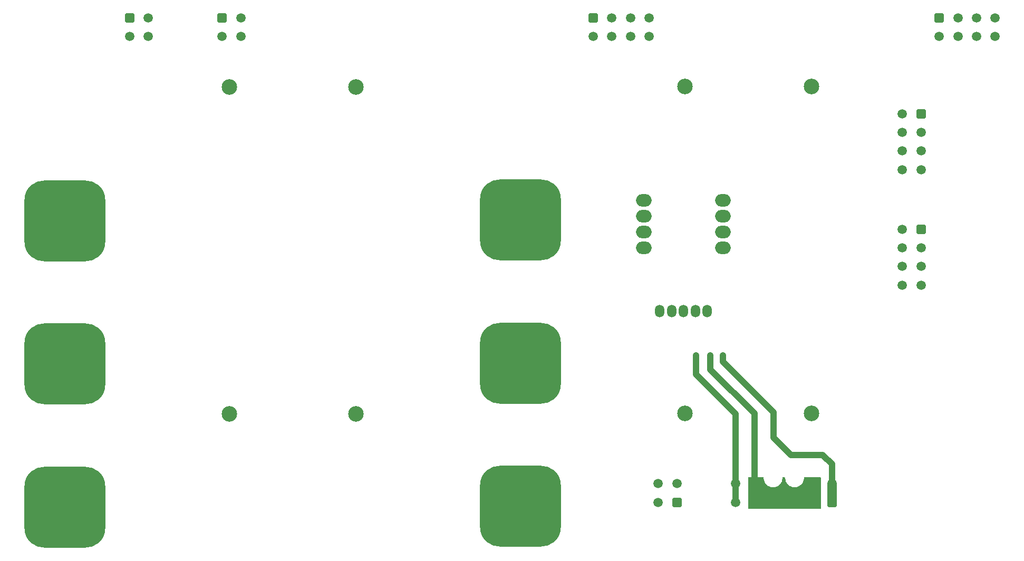
<source format=gbr>
%TF.GenerationSoftware,KiCad,Pcbnew,(6.0.1)*%
%TF.CreationDate,2022-06-01T15:29:14+03:00*%
%TF.ProjectId,Power,506f7765-722e-46b6-9963-61645f706362,rev?*%
%TF.SameCoordinates,Original*%
%TF.FileFunction,Copper,L2,Inr*%
%TF.FilePolarity,Positive*%
%FSLAX46Y46*%
G04 Gerber Fmt 4.6, Leading zero omitted, Abs format (unit mm)*
G04 Created by KiCad (PCBNEW (6.0.1)) date 2022-06-01 15:29:14*
%MOMM*%
%LPD*%
G01*
G04 APERTURE LIST*
G04 Aperture macros list*
%AMRoundRect*
0 Rectangle with rounded corners*
0 $1 Rounding radius*
0 $2 $3 $4 $5 $6 $7 $8 $9 X,Y pos of 4 corners*
0 Add a 4 corners polygon primitive as box body*
4,1,4,$2,$3,$4,$5,$6,$7,$8,$9,$2,$3,0*
0 Add four circle primitives for the rounded corners*
1,1,$1+$1,$2,$3*
1,1,$1+$1,$4,$5*
1,1,$1+$1,$6,$7*
1,1,$1+$1,$8,$9*
0 Add four rect primitives between the rounded corners*
20,1,$1+$1,$2,$3,$4,$5,0*
20,1,$1+$1,$4,$5,$6,$7,0*
20,1,$1+$1,$6,$7,$8,$9,0*
20,1,$1+$1,$8,$9,$2,$3,0*%
G04 Aperture macros list end*
%TA.AperFunction,ComponentPad*%
%ADD10RoundRect,0.250001X-0.499999X0.499999X-0.499999X-0.499999X0.499999X-0.499999X0.499999X0.499999X0*%
%TD*%
%TA.AperFunction,ComponentPad*%
%ADD11C,1.500000*%
%TD*%
%TA.AperFunction,ComponentPad*%
%ADD12RoundRect,0.250001X0.499999X0.499999X-0.499999X0.499999X-0.499999X-0.499999X0.499999X-0.499999X0*%
%TD*%
%TA.AperFunction,ComponentPad*%
%ADD13RoundRect,3.250000X-3.250000X-3.250000X3.250000X-3.250000X3.250000X3.250000X-3.250000X3.250000X0*%
%TD*%
%TA.AperFunction,ComponentPad*%
%ADD14C,2.500000*%
%TD*%
%TA.AperFunction,ComponentPad*%
%ADD15RoundRect,0.250001X-0.499999X-0.499999X0.499999X-0.499999X0.499999X0.499999X-0.499999X0.499999X0*%
%TD*%
%TA.AperFunction,ComponentPad*%
%ADD16O,2.500000X2.000000*%
%TD*%
%TA.AperFunction,ComponentPad*%
%ADD17O,1.500000X2.000000*%
%TD*%
%TA.AperFunction,ViaPad*%
%ADD18C,0.800000*%
%TD*%
%TA.AperFunction,Conductor*%
%ADD19C,1.000000*%
%TD*%
%TA.AperFunction,Conductor*%
%ADD20C,1.500000*%
%TD*%
G04 APERTURE END LIST*
D10*
%TO.N,LPSR_IN*%
%TO.C,J3*%
X218500000Y-87956000D03*
D11*
X218500000Y-90956000D03*
X218500000Y-93956000D03*
X218500000Y-96956000D03*
X215500000Y-87956000D03*
X215500000Y-90956000D03*
X215500000Y-93956000D03*
X215500000Y-96956000D03*
%TD*%
D12*
%TO.N,GND*%
%TO.C,J9*%
X191746000Y-131826000D03*
D11*
%TO.N,Current_Measure*%
X188746000Y-131826000D03*
%TO.N,GND*%
X191746000Y-128826000D03*
%TO.N,Current_Measure*%
X188746000Y-128826000D03*
%TD*%
D12*
%TO.N,GNDPWR*%
%TO.C,J10*%
X179300000Y-131826000D03*
D11*
X176300000Y-131826000D03*
%TO.N,Voltage_IN*%
X179300000Y-128826000D03*
%TO.N,Voltage_OUT*%
X176300000Y-128826000D03*
%TD*%
D13*
%TO.N,Net-(D2-Pad1)*%
%TO.C,D2*%
X81026000Y-86596000D03*
%TO.N,Net-(C21-Pad1)*%
X81026000Y-109596000D03*
%TO.N,unconnected-(D2-Pad3)*%
X81026000Y-132596000D03*
%TD*%
D14*
%TO.N,Voltage_IN*%
%TO.C,C24*%
X200894000Y-65031000D03*
X180594000Y-65031000D03*
%TO.N,GNDPWR*%
X180594000Y-117531000D03*
X200894000Y-117531000D03*
%TD*%
D15*
%TO.N,Voltage_OUT*%
%TO.C,J1*%
X91440000Y-54000000D03*
D11*
X94440000Y-54000000D03*
X91440000Y-57000000D03*
X94440000Y-57000000D03*
%TD*%
D15*
%TO.N,GNDPWR*%
%TO.C,J6*%
X165840000Y-54000000D03*
D11*
X168840000Y-54000000D03*
X171840000Y-54000000D03*
X174840000Y-54000000D03*
X165840000Y-57000000D03*
X168840000Y-57000000D03*
X171840000Y-57000000D03*
X174840000Y-57000000D03*
%TD*%
D12*
%TO.N,+5V*%
%TO.C,J8*%
X204192000Y-131826000D03*
D11*
%TO.N,GND*%
X201192000Y-131826000D03*
%TO.N,+5V*%
X204192000Y-128826000D03*
%TO.N,GND*%
X201192000Y-128826000D03*
%TD*%
D14*
%TO.N,Net-(C21-Pad1)*%
%TO.C,C21*%
X107462000Y-117595000D03*
X127762000Y-117595000D03*
%TO.N,GNDPWR*%
X107462000Y-65095000D03*
X127762000Y-65095000D03*
%TD*%
D10*
%TO.N,Voltage_IN*%
%TO.C,J4*%
X218500000Y-69414000D03*
D11*
X218500000Y-72414000D03*
X218500000Y-75414000D03*
X218500000Y-78414000D03*
X215500000Y-69414000D03*
X215500000Y-72414000D03*
X215500000Y-75414000D03*
X215500000Y-78414000D03*
%TD*%
D13*
%TO.N,LPSR_OUT*%
%TO.C,D1*%
X154178000Y-86474000D03*
%TO.N,GNDPWR*%
X154178000Y-109474000D03*
%TO.N,Net-(C21-Pad1)*%
X154178000Y-132474000D03*
%TD*%
D15*
%TO.N,Voltage_IN*%
%TO.C,J5*%
X221414000Y-54000000D03*
D11*
X224414000Y-54000000D03*
X227414000Y-54000000D03*
X230414000Y-54000000D03*
X221414000Y-57000000D03*
X224414000Y-57000000D03*
X227414000Y-57000000D03*
X230414000Y-57000000D03*
%TD*%
D15*
%TO.N,GNDPWR*%
%TO.C,J2*%
X106262000Y-54000000D03*
D11*
X109262000Y-54000000D03*
X106262000Y-57000000D03*
X109262000Y-57000000D03*
%TD*%
D16*
%TO.N,LPSR_IN*%
%TO.C,D4*%
X186690000Y-83312000D03*
X186690000Y-85852000D03*
X186690000Y-88392000D03*
X186690000Y-90932000D03*
%TO.N,LPSR_OUT*%
X173990000Y-83312000D03*
X173990000Y-85852000D03*
X173990000Y-88392000D03*
X173990000Y-90932000D03*
D17*
%TO.N,+5V*%
X184150000Y-101102000D03*
%TO.N,GND*%
X182245000Y-101102000D03*
%TO.N,Net-(D4-Pad11)*%
X180340000Y-101102000D03*
%TO.N,unconnected-(D4-Pad12)*%
X178435000Y-101102000D03*
%TO.N,unconnected-(D4-Pad13)*%
X176530000Y-101102000D03*
%TD*%
D18*
%TO.N,Current_Measure*%
X182372000Y-108204000D03*
%TO.N,+5V*%
X186711500Y-108182500D03*
%TO.N,GND*%
X184658000Y-108204000D03*
%TD*%
D19*
%TO.N,Current_Measure*%
X188746000Y-128826000D02*
X188746000Y-117626000D01*
X182372000Y-111252000D02*
X182372000Y-108204000D01*
X188746000Y-131826000D02*
X188746000Y-128826000D01*
X188746000Y-117626000D02*
X182372000Y-111252000D01*
%TO.N,+5V*%
X204192000Y-128826000D02*
X204192000Y-125706000D01*
X204192000Y-125706000D02*
X202692000Y-124206000D01*
D20*
X204192000Y-131826000D02*
X204192000Y-128826000D01*
D19*
X194818000Y-117348000D02*
X186711500Y-109241500D01*
X197612000Y-124206000D02*
X194818000Y-121412000D01*
X202692000Y-124206000D02*
X197612000Y-124206000D01*
X186711500Y-109241500D02*
X186711500Y-108182500D01*
X194818000Y-121412000D02*
X194818000Y-117348000D01*
%TO.N,GND*%
X184658000Y-110490000D02*
X184658000Y-108204000D01*
X191746000Y-128826000D02*
X191746000Y-117578000D01*
X191746000Y-117578000D02*
X184658000Y-110490000D01*
%TD*%
%TA.AperFunction,Conductor*%
%TO.N,GND*%
G36*
X193187395Y-127782002D02*
G01*
X193233888Y-127835658D01*
X193245265Y-127889538D01*
X193244025Y-127991028D01*
X193281347Y-128234930D01*
X193358003Y-128469460D01*
X193471935Y-128688321D01*
X193475038Y-128692454D01*
X193475040Y-128692457D01*
X193540806Y-128780049D01*
X193620083Y-128885636D01*
X193798468Y-129056104D01*
X193802740Y-129059018D01*
X193802741Y-129059019D01*
X193831893Y-129078905D01*
X194002300Y-129195149D01*
X194114202Y-129247092D01*
X194221409Y-129296856D01*
X194221413Y-129296857D01*
X194226104Y-129299035D01*
X194463871Y-129364974D01*
X194469008Y-129365523D01*
X194661957Y-129386144D01*
X194661965Y-129386144D01*
X194665292Y-129386500D01*
X194808554Y-129386500D01*
X194811127Y-129386288D01*
X194811138Y-129386288D01*
X194986760Y-129371849D01*
X194986766Y-129371848D01*
X194991911Y-129371425D01*
X195231217Y-129311316D01*
X195457493Y-129212928D01*
X195664661Y-129078905D01*
X195686516Y-129059019D01*
X195722536Y-129026243D01*
X195847158Y-128912846D01*
X195850357Y-128908795D01*
X195850361Y-128908791D01*
X195996881Y-128723264D01*
X195996884Y-128723259D01*
X196000082Y-128719210D01*
X196002577Y-128714691D01*
X196116830Y-128507722D01*
X196116832Y-128507718D01*
X196119327Y-128503198D01*
X196131275Y-128469460D01*
X196199965Y-128275485D01*
X196199966Y-128275481D01*
X196201691Y-128270610D01*
X196244961Y-128027694D01*
X196246686Y-127886460D01*
X196267519Y-127818590D01*
X196321738Y-127772756D01*
X196372677Y-127762000D01*
X196565274Y-127762000D01*
X196633395Y-127782002D01*
X196679888Y-127835658D01*
X196691265Y-127889538D01*
X196690025Y-127991028D01*
X196727347Y-128234930D01*
X196804003Y-128469460D01*
X196917935Y-128688321D01*
X196921038Y-128692454D01*
X196921040Y-128692457D01*
X196986806Y-128780049D01*
X197066083Y-128885636D01*
X197244468Y-129056104D01*
X197248740Y-129059018D01*
X197248741Y-129059019D01*
X197277893Y-129078905D01*
X197448300Y-129195149D01*
X197560202Y-129247092D01*
X197667409Y-129296856D01*
X197667413Y-129296857D01*
X197672104Y-129299035D01*
X197909871Y-129364974D01*
X197915008Y-129365523D01*
X198107957Y-129386144D01*
X198107965Y-129386144D01*
X198111292Y-129386500D01*
X198254554Y-129386500D01*
X198257127Y-129386288D01*
X198257138Y-129386288D01*
X198432760Y-129371849D01*
X198432766Y-129371848D01*
X198437911Y-129371425D01*
X198677217Y-129311316D01*
X198903493Y-129212928D01*
X199110661Y-129078905D01*
X199132516Y-129059019D01*
X199168536Y-129026243D01*
X199293158Y-128912846D01*
X199296357Y-128908795D01*
X199296361Y-128908791D01*
X199442881Y-128723264D01*
X199442884Y-128723259D01*
X199446082Y-128719210D01*
X199448577Y-128714691D01*
X199562830Y-128507722D01*
X199562832Y-128507718D01*
X199565327Y-128503198D01*
X199577275Y-128469460D01*
X199645965Y-128275485D01*
X199645966Y-128275481D01*
X199647691Y-128270610D01*
X199690961Y-128027694D01*
X199692686Y-127886460D01*
X199713519Y-127818590D01*
X199767738Y-127772756D01*
X199818677Y-127762000D01*
X202312000Y-127762000D01*
X202380121Y-127782002D01*
X202426614Y-127835658D01*
X202438000Y-127888000D01*
X202438000Y-128765717D01*
X202437749Y-128770723D01*
X202437785Y-128770724D01*
X202437662Y-128775397D01*
X202437194Y-128780049D01*
X202437418Y-128784715D01*
X202437418Y-128784720D01*
X202437855Y-128793810D01*
X202438000Y-128799855D01*
X202438000Y-132716000D01*
X202417998Y-132784121D01*
X202364342Y-132830614D01*
X202312000Y-132842000D01*
X190880000Y-132842000D01*
X190811879Y-132821998D01*
X190765386Y-132768342D01*
X190754000Y-132716000D01*
X190754000Y-127888000D01*
X190774002Y-127819879D01*
X190827658Y-127773386D01*
X190880000Y-127762000D01*
X193119274Y-127762000D01*
X193187395Y-127782002D01*
G37*
%TD.AperFunction*%
%TD*%
M02*

</source>
